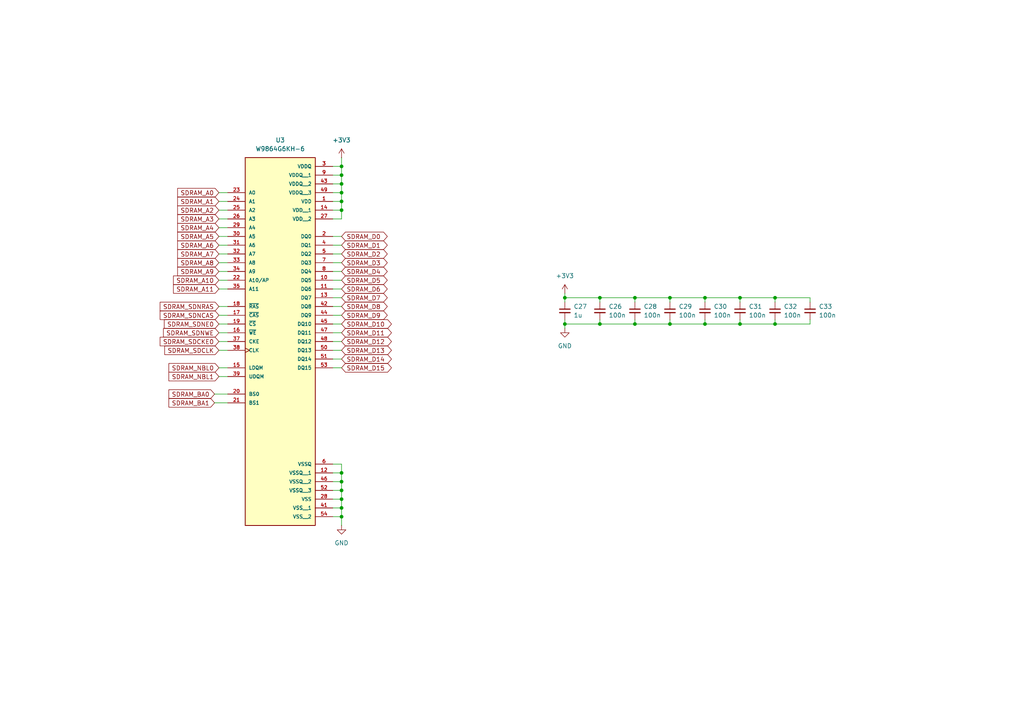
<source format=kicad_sch>
(kicad_sch (version 20250114) (generator "eeschema") (generator_version "9.0")
  (paper "A4")
  (lib_symbols
    (symbol "Device:C_Small" (pin_numbers (hide yes)) (pin_names (offset 0.254) (hide yes))
      (property "Reference" "C" (at 0.254 1.778 0))
      (property "Value" "C_Small" (at 0.254 -2.032 0))
      (symbol "C_Small_0_1"
        (polyline (pts (xy -1.524 0.508) (xy 1.524 0.508)) (stroke (width 0.3048)))
        (polyline (pts (xy -1.524 -0.508) (xy 1.524 -0.508)) (stroke (width 0.3302)))
      )
      (symbol "C_Small_1_1"
        (pin passive line (at 0 2.54 270) (length 2.032) (name "~") (number "1"))
        (pin passive line (at 0 -2.54 90) (length 2.032) (name "~") (number "2"))
      )
    )
    (symbol "W9864G6KH-6:W9864G6KH-6" (pin_names (offset 1.016))
      (property "Reference" "U" (at -10.16 41.275 0))
      (property "Value" "W9864G6KH-6" (at -10.16 -68.58 0))
      (symbol "W9864G6KH-6_0_0"
        (rectangle (start -10.16 -66.04) (end 10.16 40.64) (stroke (width 0.254)) (fill (type background)))
        (pin input line (at -15.24 30.48 0) (length 5.08) (name "A0") (number "23"))
        (pin input line (at -15.24 27.94 0) (length 5.08) (name "A1") (number "24"))
        (pin input line (at -15.24 25.4 0) (length 5.08) (name "A2") (number "25"))
        (pin input line (at -15.24 22.86 0) (length 5.08) (name "A3") (number "26"))
        (pin input line (at -15.24 20.32 0) (length 5.08) (name "A4") (number "29"))
        (pin input line (at -15.24 17.78 0) (length 5.08) (name "A5") (number "30"))
        (pin input line (at -15.24 15.24 0) (length 5.08) (name "A6") (number "31"))
        (pin input line (at -15.24 12.7 0) (length 5.08) (name "A7") (number "32"))
        (pin input line (at -15.24 10.16 0) (length 5.08) (name "A8") (number "33"))
        (pin input line (at -15.24 7.62 0) (length 5.08) (name "A9") (number "34"))
        (pin input line (at -15.24 5.08 0) (length 5.08) (name "A10/AP") (number "22"))
        (pin input line (at -15.24 2.54 0) (length 5.08) (name "A11") (number "35"))
        (pin input line (at -15.24 -2.54 0) (length 5.08) (name "~{RAS}") (number "18"))
        (pin input line (at -15.24 -5.08 0) (length 5.08) (name "~{CAS}") (number "17"))
        (pin input line (at -15.24 -7.62 0) (length 5.08) (name "~{CS}") (number "19"))
        (pin input line (at -15.24 -10.16 0) (length 5.08) (name "~{WE}") (number "16"))
        (pin input line (at -15.24 -12.7 0) (length 5.08) (name "CKE") (number "37"))
        (pin input clock (at -15.24 -15.24 0) (length 5.08) (name "CLK") (number "38"))
        (pin input line (at -15.24 -20.32 0) (length 5.08) (name "LDQM") (number "15"))
        (pin input line (at -15.24 -22.86 0) (length 5.08) (name "UDQM") (number "39"))
        (pin input line (at -15.24 -27.94 0) (length 5.08) (name "BS0") (number "20"))
        (pin input line (at -15.24 -30.48 0) (length 5.08) (name "BS1") (number "21"))
        (pin power_in line (at 15.24 38.1 180) (length 5.08) (name "VDDQ") (number "3"))
        (pin power_in line (at 15.24 35.56 180) (length 5.08) (name "VDDQ__1") (number "9"))
        (pin power_in line (at 15.24 33.02 180) (length 5.08) (name "VDDQ__2") (number "43"))
        (pin power_in line (at 15.24 30.48 180) (length 5.08) (name "VDDQ__3") (number "49"))
        (pin power_in line (at 15.24 27.94 180) (length 5.08) (name "VDD") (number "1"))
        (pin power_in line (at 15.24 25.4 180) (length 5.08) (name "VDD__1") (number "14"))
        (pin power_in line (at 15.24 22.86 180) (length 5.08) (name "VDD__2") (number "27"))
        (pin bidirectional line (at 15.24 17.78 180) (length 5.08) (name "DQ0") (number "2"))
        (pin bidirectional line (at 15.24 15.24 180) (length 5.08) (name "DQ1") (number "4"))
        (pin bidirectional line (at 15.24 12.7 180) (length 5.08) (name "DQ2") (number "5"))
        (pin bidirectional line (at 15.24 10.16 180) (length 5.08) (name "DQ3") (number "7"))
        (pin bidirectional line (at 15.24 7.62 180) (length 5.08) (name "DQ4") (number "8"))
        (pin bidirectional line (at 15.24 5.08 180) (length 5.08) (name "DQ5") (number "10"))
        (pin bidirectional line (at 15.24 2.54 180) (length 5.08) (name "DQ6") (number "11"))
        (pin bidirectional line (at 15.24 0 180) (length 5.08) (name "DQ7") (number "13"))
        (pin bidirectional line (at 15.24 -2.54 180) (length 5.08) (name "DQ8") (number "42"))
        (pin bidirectional line (at 15.24 -5.08 180) (length 5.08) (name "DQ9") (number "44"))
        (pin bidirectional line (at 15.24 -7.62 180) (length 5.08) (name "DQ10") (number "45"))
        (pin bidirectional line (at 15.24 -10.16 180) (length 5.08) (name "DQ11") (number "47"))
        (pin bidirectional line (at 15.24 -12.7 180) (length 5.08) (name "DQ12") (number "48"))
        (pin bidirectional line (at 15.24 -15.24 180) (length 5.08) (name "DQ13") (number "50"))
        (pin bidirectional line (at 15.24 -17.78 180) (length 5.08) (name "DQ14") (number "51"))
        (pin bidirectional line (at 15.24 -20.32 180) (length 5.08) (name "DQ15") (number "53"))
        (pin power_in line (at 15.24 -48.26 180) (length 5.08) (name "VSSQ") (number "6"))
        (pin power_in line (at 15.24 -50.8 180) (length 5.08) (name "VSSQ__1") (number "12"))
        (pin power_in line (at 15.24 -53.34 180) (length 5.08) (name "VSSQ__2") (number "46"))
        (pin power_in line (at 15.24 -55.88 180) (length 5.08) (name "VSSQ__3") (number "52"))
        (pin power_in line (at 15.24 -58.42 180) (length 5.08) (name "VSS") (number "28"))
        (pin power_in line (at 15.24 -60.96 180) (length 5.08) (name "VSS__1") (number "41"))
        (pin power_in line (at 15.24 -63.5 180) (length 5.08) (name "VSS__2") (number "54"))
      )
    )
    (symbol "power:+3V3" (power) (pin_numbers (hide yes)) (pin_names (offset 0) (hide yes))
      (property "Value" "+3V3" (at 0 3.556 0))
      (symbol "+3V3_0_1"
        (polyline (pts (xy -0.762 1.27) (xy 0 2.54)))
        (polyline (pts (xy 0 2.54) (xy 0.762 1.27)))
        (polyline (pts (xy 0 0) (xy 0 2.54)))
      )
      (symbol "+3V3_1_1"
        (pin power_in line (at 0 0 90) (length 0) (name "~") (number "1"))
      )
    )
    (symbol "power:GND" (power) (pin_numbers (hide yes)) (pin_names (offset 0) (hide yes))
      (property "Value" "GND" (at 0 -3.81 0))
      (symbol "GND_0_1"
        (polyline (pts (xy 0 0) (xy 0 -1.27) (xy 1.27 -1.27) (xy 0 -2.54) (xy -1.27 -1.27) (xy 0 -1.27)))
      )
      (symbol "GND_1_1"
        (pin power_in line (at 0 0 270) (length 0) (name "~") (number "1"))
      )
    )
  )
  (junction (at 214.63 93.98))
  (junction (at 99.06 60.96))
  (junction (at 173.99 86.36))
  (junction (at 163.83 93.98))
  (junction (at 224.79 93.98))
  (junction (at 184.15 86.36))
  (junction (at 194.31 86.36))
  (junction (at 99.06 144.78))
  (junction (at 99.06 137.16))
  (junction (at 99.06 50.8))
  (junction (at 173.99 93.98))
  (junction (at 214.63 86.36))
  (junction (at 99.06 55.88))
  (junction (at 194.31 93.98))
  (junction (at 99.06 58.42))
  (junction (at 224.79 86.36))
  (junction (at 204.47 93.98))
  (junction (at 99.06 149.86))
  (junction (at 99.06 48.26))
  (junction (at 184.15 93.98))
  (junction (at 163.83 86.36))
  (junction (at 99.06 139.7))
  (junction (at 99.06 142.24))
  (junction (at 99.06 147.32))
  (junction (at 99.06 53.34))
  (junction (at 204.47 86.36))
  (wire (pts (xy 96.52 139.7) (xy 99.06 139.7)))
  (wire (pts (xy 99.06 60.96) (xy 99.06 63.5)))
  (wire (pts (xy 63.5 58.42) (xy 66.04 58.42)))
  (wire (pts (xy 173.99 87.63) (xy 173.99 86.36)))
  (wire (pts (xy 63.5 88.9) (xy 66.04 88.9)))
  (wire (pts (xy 96.52 48.26) (xy 99.06 48.26)))
  (wire (pts (xy 63.5 91.44) (xy 66.04 91.44)))
  (wire (pts (xy 63.5 109.22) (xy 66.04 109.22)))
  (wire (pts (xy 99.06 91.44) (xy 96.52 91.44)))
  (wire (pts (xy 99.06 96.52) (xy 96.52 96.52)))
  (wire (pts (xy 173.99 92.71) (xy 173.99 93.98)))
  (wire (pts (xy 63.5 96.52) (xy 66.04 96.52)))
  (wire (pts (xy 96.52 137.16) (xy 99.06 137.16)))
  (wire (pts (xy 63.5 55.88) (xy 66.04 55.88)))
  (wire (pts (xy 96.52 60.96) (xy 99.06 60.96)))
  (wire (pts (xy 63.5 106.68) (xy 66.04 106.68)))
  (wire (pts (xy 99.06 134.62) (xy 96.52 134.62)))
  (wire (pts (xy 63.5 81.28) (xy 66.04 81.28)))
  (wire (pts (xy 163.83 93.98) (xy 163.83 95.25)))
  (wire (pts (xy 96.52 144.78) (xy 99.06 144.78)))
  (wire (pts (xy 62.23 116.84) (xy 66.04 116.84)))
  (wire (pts (xy 214.63 92.71) (xy 214.63 93.98)))
  (wire (pts (xy 214.63 87.63) (xy 214.63 86.36)))
  (wire (pts (xy 224.79 86.36) (xy 234.95 86.36)))
  (wire (pts (xy 99.06 50.8) (xy 99.06 53.34)))
  (wire (pts (xy 99.06 144.78) (xy 99.06 142.24)))
  (wire (pts (xy 99.06 139.7) (xy 99.06 137.16)))
  (wire (pts (xy 99.06 86.36) (xy 96.52 86.36)))
  (wire (pts (xy 63.5 83.82) (xy 66.04 83.82)))
  (wire (pts (xy 99.06 83.82) (xy 96.52 83.82)))
  (wire (pts (xy 63.5 68.58) (xy 66.04 68.58)))
  (wire (pts (xy 96.52 53.34) (xy 99.06 53.34)))
  (wire (pts (xy 96.52 142.24) (xy 99.06 142.24)))
  (wire (pts (xy 96.52 58.42) (xy 99.06 58.42)))
  (wire (pts (xy 234.95 87.63) (xy 234.95 86.36)))
  (wire (pts (xy 184.15 86.36) (xy 184.15 87.63)))
  (wire (pts (xy 63.5 76.2) (xy 66.04 76.2)))
  (wire (pts (xy 184.15 93.98) (xy 173.99 93.98)))
  (wire (pts (xy 63.5 93.98) (xy 66.04 93.98)))
  (wire (pts (xy 99.06 88.9) (xy 96.52 88.9)))
  (wire (pts (xy 173.99 86.36) (xy 184.15 86.36)))
  (wire (pts (xy 63.5 73.66) (xy 66.04 73.66)))
  (wire (pts (xy 184.15 86.36) (xy 194.31 86.36)))
  (wire (pts (xy 63.5 60.96) (xy 66.04 60.96)))
  (wire (pts (xy 99.06 93.98) (xy 96.52 93.98)))
  (wire (pts (xy 214.63 86.36) (xy 224.79 86.36)))
  (wire (pts (xy 194.31 86.36) (xy 204.47 86.36)))
  (wire (pts (xy 99.06 152.4) (xy 99.06 149.86)))
  (wire (pts (xy 194.31 86.36) (xy 194.31 87.63)))
  (wire (pts (xy 63.5 63.5) (xy 66.04 63.5)))
  (wire (pts (xy 163.83 86.36) (xy 163.83 85.09)))
  (wire (pts (xy 99.06 71.12) (xy 96.52 71.12)))
  (wire (pts (xy 96.52 147.32) (xy 99.06 147.32)))
  (wire (pts (xy 63.5 71.12) (xy 66.04 71.12)))
  (wire (pts (xy 99.06 48.26) (xy 99.06 50.8)))
  (wire (pts (xy 99.06 101.6) (xy 96.52 101.6)))
  (wire (pts (xy 204.47 92.71) (xy 204.47 93.98)))
  (wire (pts (xy 204.47 86.36) (xy 204.47 87.63)))
  (wire (pts (xy 99.06 149.86) (xy 99.06 147.32)))
  (wire (pts (xy 62.23 114.3) (xy 66.04 114.3)))
  (wire (pts (xy 99.06 104.14) (xy 96.52 104.14)))
  (wire (pts (xy 234.95 93.98) (xy 224.79 93.98)))
  (wire (pts (xy 99.06 76.2) (xy 96.52 76.2)))
  (wire (pts (xy 99.06 99.06) (xy 96.52 99.06)))
  (wire (pts (xy 99.06 147.32) (xy 99.06 144.78)))
  (wire (pts (xy 99.06 142.24) (xy 99.06 139.7)))
  (wire (pts (xy 63.5 99.06) (xy 66.04 99.06)))
  (wire (pts (xy 63.5 66.04) (xy 66.04 66.04)))
  (wire (pts (xy 224.79 93.98) (xy 214.63 93.98)))
  (wire (pts (xy 99.06 55.88) (xy 99.06 58.42)))
  (wire (pts (xy 173.99 93.98) (xy 163.83 93.98)))
  (wire (pts (xy 99.06 68.58) (xy 96.52 68.58)))
  (wire (pts (xy 163.83 86.36) (xy 173.99 86.36)))
  (wire (pts (xy 99.06 81.28) (xy 96.52 81.28)))
  (wire (pts (xy 204.47 86.36) (xy 214.63 86.36)))
  (wire (pts (xy 99.06 106.68) (xy 96.52 106.68)))
  (wire (pts (xy 99.06 63.5) (xy 96.52 63.5)))
  (wire (pts (xy 96.52 55.88) (xy 99.06 55.88)))
  (wire (pts (xy 99.06 58.42) (xy 99.06 60.96)))
  (wire (pts (xy 99.06 78.74) (xy 96.52 78.74)))
  (wire (pts (xy 163.83 86.36) (xy 163.83 87.63)))
  (wire (pts (xy 224.79 86.36) (xy 224.79 87.63)))
  (wire (pts (xy 194.31 93.98) (xy 184.15 93.98)))
  (wire (pts (xy 99.06 73.66) (xy 96.52 73.66)))
  (wire (pts (xy 184.15 92.71) (xy 184.15 93.98)))
  (wire (pts (xy 99.06 53.34) (xy 99.06 55.88)))
  (wire (pts (xy 163.83 92.71) (xy 163.83 93.98)))
  (wire (pts (xy 214.63 93.98) (xy 204.47 93.98)))
  (wire (pts (xy 99.06 137.16) (xy 99.06 134.62)))
  (wire (pts (xy 96.52 50.8) (xy 99.06 50.8)))
  (wire (pts (xy 99.06 45.72) (xy 99.06 48.26)))
  (wire (pts (xy 63.5 78.74) (xy 66.04 78.74)))
  (wire (pts (xy 63.5 101.6) (xy 66.04 101.6)))
  (wire (pts (xy 194.31 92.71) (xy 194.31 93.98)))
  (wire (pts (xy 204.47 93.98) (xy 194.31 93.98)))
  (wire (pts (xy 234.95 92.71) (xy 234.95 93.98)))
  (wire (pts (xy 224.79 92.71) (xy 224.79 93.98)))
  (wire (pts (xy 96.52 149.86) (xy 99.06 149.86)))
  (global_label "SDRAM_D5" (shape bidirectional) (at 99.06 81.28 0) (property "Intersheetrefs" "${INTERSHEET_REFS}" (effects (hide yes))))
  (global_label "SDRAM_D9" (shape bidirectional) (at 99.06 91.44 0) (property "Intersheetrefs" "${INTERSHEET_REFS}" (effects (hide yes))))
  (global_label "SDRAM_D14" (shape bidirectional) (at 99.06 104.14 0) (property "Intersheetrefs" "${INTERSHEET_REFS}" (effects (hide yes))))
  (global_label "SDRAM_SDNCAS" (shape input) (at 63.5 91.44 180) (property "Intersheetrefs" "${INTERSHEET_REFS}" (effects (hide yes))))
  (global_label "SDRAM_D2" (shape bidirectional) (at 99.06 73.66 0) (property "Intersheetrefs" "${INTERSHEET_REFS}" (effects (hide yes))))
  (global_label "SDRAM_D4" (shape bidirectional) (at 99.06 78.74 0) (property "Intersheetrefs" "${INTERSHEET_REFS}" (effects (hide yes))))
  (global_label "SDRAM_A4" (shape input) (at 63.5 66.04 180) (property "Intersheetrefs" "${INTERSHEET_REFS}" (effects (hide yes))))
  (global_label "SDRAM_A9" (shape input) (at 63.5 78.74 180) (property "Intersheetrefs" "${INTERSHEET_REFS}" (effects (hide yes))))
  (global_label "SDRAM_SDCLK" (shape input) (at 63.5 101.6 180) (property "Intersheetrefs" "${INTERSHEET_REFS}" (effects (hide yes))))
  (global_label "SDRAM_A0" (shape input) (at 63.5 55.88 180) (property "Intersheetrefs" "${INTERSHEET_REFS}" (effects (hide yes))))
  (global_label "SDRAM_D10" (shape bidirectional) (at 99.06 93.98 0) (property "Intersheetrefs" "${INTERSHEET_REFS}" (effects (hide yes))))
  (global_label "SDRAM_A5" (shape input) (at 63.5 68.58 180) (property "Intersheetrefs" "${INTERSHEET_REFS}" (effects (hide yes))))
  (global_label "SDRAM_SDNRAS" (shape input) (at 63.5 88.9 180) (property "Intersheetrefs" "${INTERSHEET_REFS}" (effects (hide yes))))
  (global_label "SDRAM_SDNE0" (shape input) (at 63.5 93.98 180) (property "Intersheetrefs" "${INTERSHEET_REFS}" (effects (hide yes))))
  (global_label "SDRAM_A6" (shape input) (at 63.5 71.12 180) (property "Intersheetrefs" "${INTERSHEET_REFS}" (effects (hide yes))))
  (global_label "SDRAM_D3" (shape bidirectional) (at 99.06 76.2 0) (property "Intersheetrefs" "${INTERSHEET_REFS}" (effects (hide yes))))
  (global_label "SDRAM_NBL0" (shape input) (at 63.5 106.68 180) (property "Intersheetrefs" "${INTERSHEET_REFS}" (effects (hide yes))))
  (global_label "SDRAM_D8" (shape bidirectional) (at 99.06 88.9 0) (property "Intersheetrefs" "${INTERSHEET_REFS}" (effects (hide yes))))
  (global_label "SDRAM_SDCKE0" (shape input) (at 63.5 99.06 180) (property "Intersheetrefs" "${INTERSHEET_REFS}" (effects (hide yes))))
  (global_label "SDRAM_D13" (shape bidirectional) (at 99.06 101.6 0) (property "Intersheetrefs" "${INTERSHEET_REFS}" (effects (hide yes))))
  (global_label "SDRAM_D6" (shape bidirectional) (at 99.06 83.82 0) (property "Intersheetrefs" "${INTERSHEET_REFS}" (effects (hide yes))))
  (global_label "SDRAM_D11" (shape bidirectional) (at 99.06 96.52 0) (property "Intersheetrefs" "${INTERSHEET_REFS}" (effects (hide yes))))
  (global_label "SDRAM_D15" (shape bidirectional) (at 99.06 106.68 0) (property "Intersheetrefs" "${INTERSHEET_REFS}" (effects (hide yes))))
  (global_label "SDRAM_A3" (shape input) (at 63.5 63.5 180) (property "Intersheetrefs" "${INTERSHEET_REFS}" (effects (hide yes))))
  (global_label "SDRAM_A1" (shape input) (at 63.5 58.42 180) (property "Intersheetrefs" "${INTERSHEET_REFS}" (effects (hide yes))))
  (global_label "SDRAM_A10" (shape input) (at 63.5 81.28 180) (property "Intersheetrefs" "${INTERSHEET_REFS}" (effects (hide yes))))
  (global_label "SDRAM_SDNWE" (shape input) (at 63.5 96.52 180) (property "Intersheetrefs" "${INTERSHEET_REFS}" (effects (hide yes))))
  (global_label "SDRAM_A11" (shape input) (at 63.5 83.82 180) (property "Intersheetrefs" "${INTERSHEET_REFS}" (effects (hide yes))))
  (global_label "SDRAM_BA1" (shape input) (at 62.23 116.84 180) (property "Intersheetrefs" "${INTERSHEET_REFS}" (effects (hide yes))))
  (global_label "SDRAM_NBL1" (shape input) (at 63.5 109.22 180) (property "Intersheetrefs" "${INTERSHEET_REFS}" (effects (hide yes))))
  (global_label "SDRAM_D7" (shape bidirectional) (at 99.06 86.36 0) (property "Intersheetrefs" "${INTERSHEET_REFS}" (effects (hide yes))))
  (global_label "SDRAM_A8" (shape input) (at 63.5 76.2 180) (property "Intersheetrefs" "${INTERSHEET_REFS}" (effects (hide yes))))
  (global_label "SDRAM_D0" (shape bidirectional) (at 99.06 68.58 0) (property "Intersheetrefs" "${INTERSHEET_REFS}" (effects (hide yes))))
  (global_label "SDRAM_A2" (shape input) (at 63.5 60.96 180) (property "Intersheetrefs" "${INTERSHEET_REFS}" (effects (hide yes))))
  (global_label "SDRAM_D1" (shape bidirectional) (at 99.06 71.12 0) (property "Intersheetrefs" "${INTERSHEET_REFS}" (effects (hide yes))))
  (global_label "SDRAM_D12" (shape bidirectional) (at 99.06 99.06 0) (property "Intersheetrefs" "${INTERSHEET_REFS}" (effects (hide yes))))
  (global_label "SDRAM_A7" (shape input) (at 63.5 73.66 180) (property "Intersheetrefs" "${INTERSHEET_REFS}" (effects (hide yes))))
  (global_label "SDRAM_BA0" (shape input) (at 62.23 114.3 180) (property "Intersheetrefs" "${INTERSHEET_REFS}" (effects (hide yes))))
  (symbol (lib_id "power:+3V3") (at 163.83 85.09 0) (unit 1)
    (property "Reference" "#PWR024" (effects (hide yes)))
    (property "Value" "+3V3" (at 163.83 80.01 0))
    (property "Description" "Power symbol creates a global label with name \"+3V3\"" (effects (hide yes)))
  )
  (symbol (lib_id "Device:C_Small") (at 163.83 90.17 0) (unit 1)
    (property "Reference" "C27" (at 166.37 88.9062 0) (effects (justify left)))
    (property "Value" "1u" (at 166.37 91.4462 0) (effects (justify left)))
    (property "Footprint" "Capacitor_SMD:C_0603_1608Metric" (effects (hide yes)))
    (property "Description" "Unpolarized capacitor, small symbol" (effects (hide yes)))
  )
  (symbol (lib_id "Device:C_Small") (at 204.47 90.17 0) (mirror y) (unit 1)
    (property "Reference" "C30" (at 207.01 88.9062 0) (effects (justify right)))
    (property "Value" "100n" (at 207.01 91.4462 0) (effects (justify right)))
    (property "Footprint" "Capacitor_SMD:C_0402_1005Metric" (effects (hide yes)))
    (property "Description" "Unpolarized capacitor, small symbol" (effects (hide yes)))
  )
  (symbol (lib_id "Device:C_Small") (at 214.63 90.17 0) (mirror y) (unit 1)
    (property "Reference" "C31" (at 217.17 88.9062 0) (effects (justify right)))
    (property "Value" "100n" (at 217.17 91.4462 0) (effects (justify right)))
    (property "Footprint" "Capacitor_SMD:C_0402_1005Metric" (effects (hide yes)))
    (property "Description" "Unpolarized capacitor, small symbol" (effects (hide yes)))
  )
  (symbol (lib_id "Device:C_Small") (at 234.95 90.17 0) (mirror y) (unit 1)
    (property "Reference" "C33" (at 237.49 88.9062 0) (effects (justify right)))
    (property "Value" "100n" (at 237.49 91.4462 0) (effects (justify right)))
    (property "Footprint" "Capacitor_SMD:C_0402_1005Metric" (effects (hide yes)))
    (property "Description" "Unpolarized capacitor, small symbol" (effects (hide yes)))
  )
  (symbol (lib_id "Device:C_Small") (at 224.79 90.17 0) (mirror y) (unit 1)
    (property "Reference" "C32" (at 227.33 88.9062 0) (effects (justify right)))
    (property "Value" "100n" (at 227.33 91.4462 0) (effects (justify right)))
    (property "Footprint" "Capacitor_SMD:C_0402_1005Metric" (effects (hide yes)))
    (property "Description" "Unpolarized capacitor, small symbol" (effects (hide yes)))
  )
  (symbol (lib_id "power:GND") (at 99.06 152.4 0) (unit 1)
    (property "Reference" "#PWR023" (effects (hide yes)))
    (property "Value" "GND" (at 99.06 157.48 0))
    (property "Description" "Power symbol creates a global label with name \"GND\" , ground" (effects (hide yes)))
  )
  (symbol (lib_id "Device:C_Small") (at 184.15 90.17 0) (mirror y) (unit 1)
    (property "Reference" "C28" (at 186.69 88.9062 0) (effects (justify right)))
    (property "Value" "100n" (at 186.69 91.4462 0) (effects (justify right)))
    (property "Footprint" "Capacitor_SMD:C_0402_1005Metric" (effects (hide yes)))
    (property "Description" "Unpolarized capacitor, small symbol" (effects (hide yes)))
  )
  (symbol (lib_id "W9864G6KH-6:W9864G6KH-6") (at 81.28 86.36 0) (unit 1)
    (property "Reference" "U3" (at 81.28 40.64 0))
    (property "Value" "W9864G6KH-6" (at 81.28 43.18 0))
    (property "Footprint" "W9864G6KH-6:SOP80P1176X120-54N" (effects (hide yes)))
    (property "PARTREV" "A02" (effects (hide yes)))
    (property "MF" "WINBOND" (effects (hide yes)))
    (property "STANDARD" "IPC-7351B" (effects (hide yes)))
  )
  (symbol (lib_id "Device:C_Small") (at 173.99 90.17 0) (mirror y) (unit 1)
    (property "Reference" "C26" (at 176.53 88.9062 0) (effects (justify right)))
    (property "Value" "100n" (at 176.53 91.4462 0) (effects (justify right)))
    (property "Footprint" "Capacitor_SMD:C_0402_1005Metric" (effects (hide yes)))
    (property "Description" "Unpolarized capacitor, small symbol" (effects (hide yes)))
  )
  (symbol (lib_id "power:GND") (at 163.83 95.25 0) (unit 1)
    (property "Reference" "#PWR025" (effects (hide yes)))
    (property "Value" "GND" (at 163.83 100.33 0))
    (property "Description" "Power symbol creates a global label with name \"GND\" , ground" (effects (hide yes)))
  )
  (symbol (lib_id "Device:C_Small") (at 194.31 90.17 0) (mirror y) (unit 1)
    (property "Reference" "C29" (at 196.85 88.9062 0) (effects (justify right)))
    (property "Value" "100n" (at 196.85 91.4462 0) (effects (justify right)))
    (property "Footprint" "Capacitor_SMD:C_0402_1005Metric" (effects (hide yes)))
    (property "Description" "Unpolarized capacitor, small symbol" (effects (hide yes)))
  )
  (symbol (lib_id "power:+3V3") (at 99.06 45.72 0) (unit 1)
    (property "Reference" "#PWR022" (effects (hide yes)))
    (property "Value" "+3V3" (at 99.06 40.64 0))
    (property "Description" "Power symbol creates a global label with name \"+3V3\"" (effects (hide yes)))
  )
)
</source>
